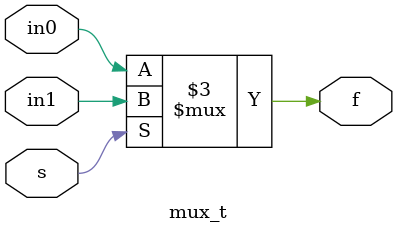
<source format=v>
`timescale 1ns / 1ps
module mux_t(in1, in0, s, f);
    input in1, in0, s;
    output reg f;
    always @(*)
        if (s)
            f = in1;
        else
            f = in0;
endmodule

</source>
